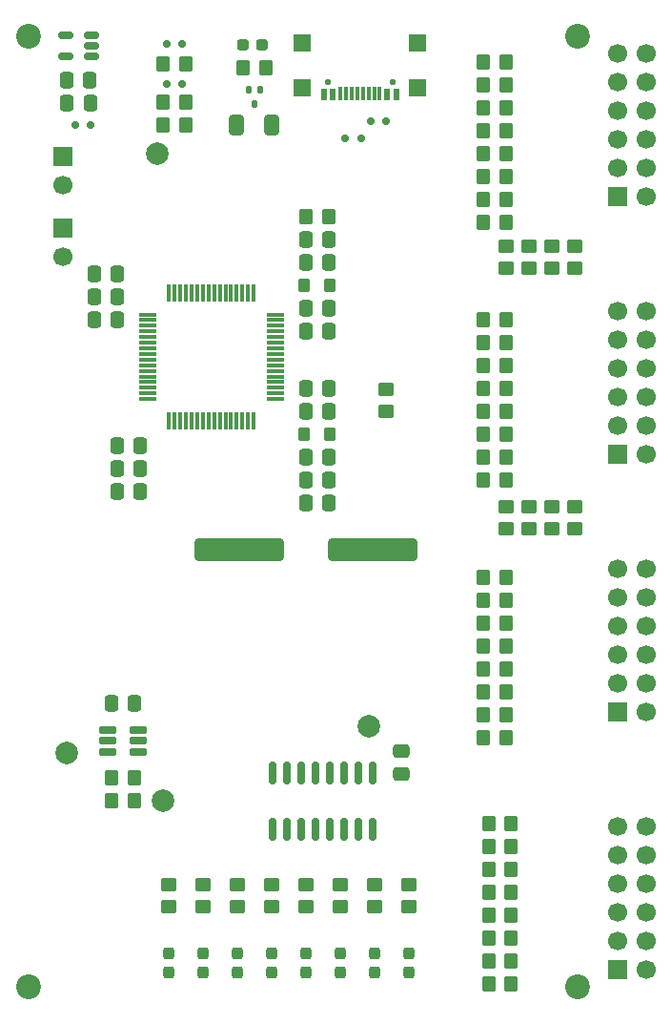
<source format=gbr>
%TF.GenerationSoftware,KiCad,Pcbnew,9.0.6-9.0.6~ubuntu24.04.1*%
%TF.CreationDate,2026-01-24T19:39:54-03:00*%
%TF.ProjectId,cotti_probe,636f7474-695f-4707-926f-62652e6b6963,0.0*%
%TF.SameCoordinates,Original*%
%TF.FileFunction,Soldermask,Top*%
%TF.FilePolarity,Negative*%
%FSLAX46Y46*%
G04 Gerber Fmt 4.6, Leading zero omitted, Abs format (unit mm)*
G04 Created by KiCad (PCBNEW 9.0.6-9.0.6~ubuntu24.04.1) date 2026-01-24 19:39:54*
%MOMM*%
%LPD*%
G01*
G04 APERTURE LIST*
G04 Aperture macros list*
%AMRoundRect*
0 Rectangle with rounded corners*
0 $1 Rounding radius*
0 $2 $3 $4 $5 $6 $7 $8 $9 X,Y pos of 4 corners*
0 Add a 4 corners polygon primitive as box body*
4,1,4,$2,$3,$4,$5,$6,$7,$8,$9,$2,$3,0*
0 Add four circle primitives for the rounded corners*
1,1,$1+$1,$2,$3*
1,1,$1+$1,$4,$5*
1,1,$1+$1,$6,$7*
1,1,$1+$1,$8,$9*
0 Add four rect primitives between the rounded corners*
20,1,$1+$1,$2,$3,$4,$5,0*
20,1,$1+$1,$4,$5,$6,$7,0*
20,1,$1+$1,$6,$7,$8,$9,0*
20,1,$1+$1,$8,$9,$2,$3,0*%
G04 Aperture macros list end*
%ADD10RoundRect,0.237500X0.237500X-0.287500X0.237500X0.287500X-0.237500X0.287500X-0.237500X-0.287500X0*%
%ADD11RoundRect,0.250000X-0.450000X0.350000X-0.450000X-0.350000X0.450000X-0.350000X0.450000X0.350000X0*%
%ADD12C,0.550000*%
%ADD13R,0.600000X1.100000*%
%ADD14R,0.300000X1.150000*%
%ADD15R,1.500000X1.500000*%
%ADD16RoundRect,0.250000X-3.687500X-0.750000X3.687500X-0.750000X3.687500X0.750000X-3.687500X0.750000X0*%
%ADD17RoundRect,0.250000X0.412500X0.650000X-0.412500X0.650000X-0.412500X-0.650000X0.412500X-0.650000X0*%
%ADD18RoundRect,0.250000X-0.475000X0.337500X-0.475000X-0.337500X0.475000X-0.337500X0.475000X0.337500X0*%
%ADD19C,1.700000*%
%ADD20R,1.700000X1.700000*%
%ADD21RoundRect,0.250000X0.337500X0.475000X-0.337500X0.475000X-0.337500X-0.475000X0.337500X-0.475000X0*%
%ADD22RoundRect,0.250000X-0.337500X-0.475000X0.337500X-0.475000X0.337500X0.475000X-0.337500X0.475000X0*%
%ADD23RoundRect,0.250000X0.275000X0.350000X-0.275000X0.350000X-0.275000X-0.350000X0.275000X-0.350000X0*%
%ADD24RoundRect,0.150000X0.150000X-0.825000X0.150000X0.825000X-0.150000X0.825000X-0.150000X-0.825000X0*%
%ADD25C,2.200000*%
%ADD26RoundRect,0.150000X0.150000X0.200000X-0.150000X0.200000X-0.150000X-0.200000X0.150000X-0.200000X0*%
%ADD27RoundRect,0.150000X-0.150000X-0.200000X0.150000X-0.200000X0.150000X0.200000X-0.150000X0.200000X0*%
%ADD28RoundRect,0.075000X0.700000X0.075000X-0.700000X0.075000X-0.700000X-0.075000X0.700000X-0.075000X0*%
%ADD29RoundRect,0.075000X0.075000X0.700000X-0.075000X0.700000X-0.075000X-0.700000X0.075000X-0.700000X0*%
%ADD30C,2.000000*%
%ADD31RoundRect,0.250000X-0.350000X-0.450000X0.350000X-0.450000X0.350000X0.450000X-0.350000X0.450000X0*%
%ADD32RoundRect,0.250000X0.450000X-0.350000X0.450000X0.350000X-0.450000X0.350000X-0.450000X-0.350000X0*%
%ADD33RoundRect,0.250000X0.350000X0.450000X-0.350000X0.450000X-0.350000X-0.450000X0.350000X-0.450000X0*%
%ADD34RoundRect,0.162500X-0.617500X-0.162500X0.617500X-0.162500X0.617500X0.162500X-0.617500X0.162500X0*%
%ADD35RoundRect,0.125000X-0.125000X0.175000X-0.125000X-0.175000X0.125000X-0.175000X0.125000X0.175000X0*%
%ADD36RoundRect,0.237500X0.287500X0.237500X-0.287500X0.237500X-0.287500X-0.237500X0.287500X-0.237500X0*%
%ADD37RoundRect,0.150000X0.512500X0.150000X-0.512500X0.150000X-0.512500X-0.150000X0.512500X-0.150000X0*%
G04 APERTURE END LIST*
D10*
%TO.C,D10*%
X162052000Y-110744000D03*
X162052000Y-108994000D03*
%TD*%
%TO.C,D14*%
X168148000Y-110744000D03*
X168148000Y-108994000D03*
%TD*%
%TO.C,D12*%
X165100000Y-110744000D03*
X165100000Y-108994000D03*
%TD*%
%TO.C,D13*%
X155956000Y-108994000D03*
X155956000Y-110744000D03*
%TD*%
%TO.C,D8*%
X159004000Y-108994000D03*
X159004000Y-110744000D03*
%TD*%
%TO.C,D9*%
X149860000Y-108994000D03*
X149860000Y-110744000D03*
%TD*%
%TO.C,D11*%
X152908000Y-108994000D03*
X152908000Y-110744000D03*
%TD*%
D11*
%TO.C,R49*%
X149860000Y-102886000D03*
X149860000Y-104886000D03*
%TD*%
%TO.C,R50*%
X152908000Y-104886000D03*
X152908000Y-102886000D03*
%TD*%
D12*
%TO.C,J7*%
X166720000Y-31701000D03*
X160940000Y-31701000D03*
D13*
X167030000Y-32816000D03*
X166230000Y-32816000D03*
D14*
X165080000Y-32766000D03*
X164080000Y-32766000D03*
X163580000Y-32766000D03*
X162580000Y-32766000D03*
D13*
X160630000Y-32816000D03*
X161430000Y-32816000D03*
D14*
X162080000Y-32766000D03*
X163080000Y-32766000D03*
X164580000Y-32766000D03*
X165580000Y-32766000D03*
D15*
X168950000Y-32201000D03*
X158710000Y-32201000D03*
X168950000Y-28271000D03*
X158710000Y-28271000D03*
%TD*%
D11*
%TO.C,R1*%
X166116000Y-60944000D03*
X166116000Y-58944000D03*
%TD*%
D16*
%TO.C,Y1*%
X164941500Y-73202800D03*
X153066500Y-73202800D03*
%TD*%
D17*
%TO.C,C20*%
X152869500Y-35560000D03*
X155994500Y-35560000D03*
%TD*%
D18*
%TO.C,C6*%
X167513000Y-91037500D03*
X167513000Y-93112500D03*
%TD*%
D19*
%TO.C,J2*%
X137414000Y-47244000D03*
D20*
X137414000Y-44704000D03*
%TD*%
D19*
%TO.C,J1*%
X137414000Y-40889000D03*
D20*
X137414000Y-38349000D03*
%TD*%
D21*
%TO.C,C9*%
X140186500Y-52832000D03*
X142261500Y-52832000D03*
%TD*%
%TO.C,C10*%
X140186500Y-50800000D03*
X142261500Y-50800000D03*
%TD*%
%TO.C,C16*%
X144293500Y-68072000D03*
X142218500Y-68072000D03*
%TD*%
D22*
%TO.C,C15*%
X161057500Y-58928000D03*
X158982500Y-58928000D03*
%TD*%
%TO.C,C18*%
X161057500Y-60960000D03*
X158982500Y-60960000D03*
%TD*%
%TO.C,C8*%
X161057500Y-69088000D03*
X158982500Y-69088000D03*
%TD*%
D21*
%TO.C,C13*%
X144293500Y-66040000D03*
X142218500Y-66040000D03*
%TD*%
D22*
%TO.C,C11*%
X161057500Y-45720000D03*
X158982500Y-45720000D03*
%TD*%
D23*
%TO.C,FB2*%
X161170000Y-62992000D03*
X158870000Y-62992000D03*
%TD*%
D22*
%TO.C,C2*%
X161057500Y-65024000D03*
X158982500Y-65024000D03*
%TD*%
%TO.C,C1*%
X161057500Y-67056000D03*
X158982500Y-67056000D03*
%TD*%
D21*
%TO.C,C19*%
X142218500Y-64008000D03*
X144293500Y-64008000D03*
%TD*%
D11*
%TO.C,R54*%
X165100000Y-104886000D03*
X165100000Y-102886000D03*
%TD*%
%TO.C,R51*%
X155956000Y-102886000D03*
X155956000Y-104886000D03*
%TD*%
D10*
%TO.C,D7*%
X146812000Y-110744000D03*
X146812000Y-108994000D03*
%TD*%
D11*
%TO.C,R53*%
X162052000Y-104886000D03*
X162052000Y-102886000D03*
%TD*%
D24*
%TO.C,U4*%
X156083000Y-93029000D03*
X157353000Y-93029000D03*
X158623000Y-93029000D03*
X159893000Y-93029000D03*
X161163000Y-93029000D03*
X162433000Y-93029000D03*
X163703000Y-93029000D03*
X164973000Y-93029000D03*
X164973000Y-97979000D03*
X163703000Y-97979000D03*
X162433000Y-97979000D03*
X161163000Y-97979000D03*
X159893000Y-97979000D03*
X158623000Y-97979000D03*
X157353000Y-97979000D03*
X156083000Y-97979000D03*
%TD*%
D11*
%TO.C,R55*%
X168148000Y-104886000D03*
X168148000Y-102886000D03*
%TD*%
%TO.C,R52*%
X159004000Y-102886000D03*
X159004000Y-104886000D03*
%TD*%
%TO.C,R48*%
X146812000Y-102886000D03*
X146812000Y-104886000D03*
%TD*%
D25*
%TO.C,H4*%
X183134000Y-112014000D03*
%TD*%
D26*
%TO.C,D6*%
X164755600Y-35153600D03*
X166155600Y-35153600D03*
%TD*%
D27*
%TO.C,D5*%
X163920400Y-36728400D03*
X162520400Y-36728400D03*
%TD*%
%TO.C,D4*%
X148020000Y-31877000D03*
X146620000Y-31877000D03*
%TD*%
%TO.C,D3*%
X148020000Y-28321000D03*
X146620000Y-28321000D03*
%TD*%
%TO.C,D2*%
X139892000Y-35560000D03*
X138492000Y-35560000D03*
%TD*%
D28*
%TO.C,U1*%
X156297000Y-59833200D03*
X156297000Y-59333200D03*
X156297000Y-58833200D03*
X156297000Y-58333200D03*
X156297000Y-57833200D03*
X156297000Y-57333200D03*
X156297000Y-56833200D03*
X156297000Y-56333200D03*
X156297000Y-55833200D03*
X156297000Y-55333200D03*
X156297000Y-54833200D03*
X156297000Y-54333200D03*
X156297000Y-53833200D03*
X156297000Y-53333200D03*
X156297000Y-52833200D03*
X156297000Y-52333200D03*
D29*
X154372000Y-50408200D03*
X153872000Y-50408200D03*
X153372000Y-50408200D03*
X152872000Y-50408200D03*
X152372000Y-50408200D03*
X151872000Y-50408200D03*
X151372000Y-50408200D03*
X150872000Y-50408200D03*
X150372000Y-50408200D03*
X149872000Y-50408200D03*
X149372000Y-50408200D03*
X148872000Y-50408200D03*
X148372000Y-50408200D03*
X147872000Y-50408200D03*
X147372000Y-50408200D03*
X146872000Y-50408200D03*
D28*
X144947000Y-52333200D03*
X144947000Y-52833200D03*
X144947000Y-53333200D03*
X144947000Y-53833200D03*
X144947000Y-54333200D03*
X144947000Y-54833200D03*
X144947000Y-55333200D03*
X144947000Y-55833200D03*
X144947000Y-56333200D03*
X144947000Y-56833200D03*
X144947000Y-57333200D03*
X144947000Y-57833200D03*
X144947000Y-58333200D03*
X144947000Y-58833200D03*
X144947000Y-59333200D03*
X144947000Y-59833200D03*
D29*
X146872000Y-61758200D03*
X147372000Y-61758200D03*
X147872000Y-61758200D03*
X148372000Y-61758200D03*
X148872000Y-61758200D03*
X149372000Y-61758200D03*
X149872000Y-61758200D03*
X150372000Y-61758200D03*
X150872000Y-61758200D03*
X151372000Y-61758200D03*
X151872000Y-61758200D03*
X152372000Y-61758200D03*
X152872000Y-61758200D03*
X153372000Y-61758200D03*
X153872000Y-61758200D03*
X154372000Y-61758200D03*
%TD*%
D30*
%TO.C,TP1*%
X145796000Y-38100000D03*
%TD*%
D31*
%TO.C,R20*%
X174768000Y-62992000D03*
X176768000Y-62992000D03*
%TD*%
%TO.C,R46*%
X146320000Y-35560000D03*
X148320000Y-35560000D03*
%TD*%
%TO.C,R31*%
X174768000Y-42164000D03*
X176768000Y-42164000D03*
%TD*%
%TO.C,R4*%
X175241200Y-107696000D03*
X177241200Y-107696000D03*
%TD*%
D25*
%TO.C,H3*%
X183134000Y-27686000D03*
%TD*%
D30*
%TO.C,TP2*%
X146304000Y-95504000D03*
%TD*%
D32*
%TO.C,R38*%
X178816000Y-48244000D03*
X178816000Y-46244000D03*
%TD*%
D30*
%TO.C,TP4*%
X137795000Y-91236800D03*
%TD*%
D32*
%TO.C,R37*%
X178816000Y-71358000D03*
X178816000Y-69358000D03*
%TD*%
%TO.C,R42*%
X182880000Y-48244000D03*
X182880000Y-46244000D03*
%TD*%
D31*
%TO.C,R26*%
X174784000Y-52832000D03*
X176784000Y-52832000D03*
%TD*%
%TO.C,R11*%
X174768000Y-89916000D03*
X176768000Y-89916000D03*
%TD*%
%TO.C,R56*%
X141748000Y-95504000D03*
X143748000Y-95504000D03*
%TD*%
D21*
%TO.C,C3*%
X139864500Y-33594000D03*
X137789500Y-33594000D03*
%TD*%
D31*
%TO.C,R33*%
X174768000Y-34036000D03*
X176768000Y-34036000D03*
%TD*%
D32*
%TO.C,R41*%
X182880000Y-71358000D03*
X182880000Y-69358000D03*
%TD*%
%TO.C,R39*%
X180848000Y-71358000D03*
X180848000Y-69358000D03*
%TD*%
D20*
%TO.C,J6*%
X186690000Y-64770000D03*
D19*
X186690000Y-62230000D03*
X186690000Y-59690000D03*
X186690000Y-57150000D03*
X186690000Y-54610000D03*
X186690000Y-52070000D03*
X189230000Y-64770000D03*
X189230000Y-62230000D03*
X189230000Y-59690000D03*
X189230000Y-57150000D03*
X189230000Y-54610000D03*
X189230000Y-52070000D03*
%TD*%
D33*
%TO.C,R2*%
X161020000Y-43688000D03*
X159020000Y-43688000D03*
%TD*%
D23*
%TO.C,FB1*%
X161170000Y-49784000D03*
X158870000Y-49784000D03*
%TD*%
D31*
%TO.C,R7*%
X175241200Y-109728000D03*
X177241200Y-109728000D03*
%TD*%
D32*
%TO.C,R36*%
X176784000Y-48260000D03*
X176784000Y-46260000D03*
%TD*%
D31*
%TO.C,R30*%
X174768000Y-32004000D03*
X176768000Y-32004000D03*
%TD*%
D34*
%TO.C,U3*%
X141398000Y-89220000D03*
X141398000Y-90170000D03*
X141398000Y-91120000D03*
X144098000Y-91120000D03*
X144098000Y-90170000D03*
X144098000Y-89220000D03*
%TD*%
D33*
%TO.C,R43*%
X155432000Y-30480000D03*
X153432000Y-30480000D03*
%TD*%
D31*
%TO.C,R34*%
X174768000Y-29972000D03*
X176768000Y-29972000D03*
%TD*%
%TO.C,R24*%
X174768000Y-60960000D03*
X176768000Y-60960000D03*
%TD*%
%TO.C,R5*%
X175241200Y-103632000D03*
X177241200Y-103632000D03*
%TD*%
D32*
%TO.C,R40*%
X180848000Y-48244000D03*
X180848000Y-46244000D03*
%TD*%
D31*
%TO.C,R18*%
X174768000Y-75692000D03*
X176768000Y-75692000D03*
%TD*%
%TO.C,R23*%
X174768000Y-65024000D03*
X176768000Y-65024000D03*
%TD*%
%TO.C,R17*%
X174768000Y-79756000D03*
X176768000Y-79756000D03*
%TD*%
D20*
%TO.C,J3*%
X186690000Y-110490000D03*
D19*
X186690000Y-107950000D03*
X186690000Y-105410000D03*
X186690000Y-102870000D03*
X186690000Y-100330000D03*
X186690000Y-97790000D03*
X189230000Y-110490000D03*
X189230000Y-107950000D03*
X189230000Y-105410000D03*
X189230000Y-102870000D03*
X189230000Y-100330000D03*
X189230000Y-97790000D03*
%TD*%
D21*
%TO.C,C5*%
X142261500Y-48768000D03*
X140186500Y-48768000D03*
%TD*%
D22*
%TO.C,C17*%
X159004000Y-51816000D03*
X161079000Y-51816000D03*
%TD*%
D31*
%TO.C,R28*%
X174768000Y-40132000D03*
X176768000Y-40132000D03*
%TD*%
%TO.C,R8*%
X175241200Y-105664000D03*
X177241200Y-105664000D03*
%TD*%
D35*
%TO.C,Q1*%
X154932000Y-32370000D03*
X153932000Y-32370000D03*
X154432000Y-33670000D03*
%TD*%
D31*
%TO.C,R12*%
X174768000Y-85852000D03*
X176768000Y-85852000D03*
%TD*%
D33*
%TO.C,R47*%
X143748000Y-93472000D03*
X141748000Y-93472000D03*
%TD*%
D22*
%TO.C,C12*%
X158982500Y-47752000D03*
X161057500Y-47752000D03*
%TD*%
D31*
%TO.C,R10*%
X175241200Y-97536000D03*
X177241200Y-97536000D03*
%TD*%
D25*
%TO.C,H1*%
X134366000Y-112014000D03*
%TD*%
D36*
%TO.C,D1*%
X155154600Y-28448000D03*
X153404600Y-28448000D03*
%TD*%
D30*
%TO.C,TP3*%
X164592000Y-88900000D03*
%TD*%
D22*
%TO.C,C4*%
X137768000Y-31562000D03*
X139843000Y-31562000D03*
%TD*%
D31*
%TO.C,R21*%
X174768000Y-58928000D03*
X176768000Y-58928000D03*
%TD*%
%TO.C,R25*%
X174768000Y-56896000D03*
X176768000Y-56896000D03*
%TD*%
%TO.C,R6*%
X175241200Y-99568000D03*
X177241200Y-99568000D03*
%TD*%
D37*
%TO.C,U2*%
X139943000Y-29464000D03*
X139943000Y-28514000D03*
X139943000Y-27564000D03*
X137668000Y-27564000D03*
X137668000Y-29464000D03*
%TD*%
D31*
%TO.C,R16*%
X174768000Y-83820000D03*
X176768000Y-83820000D03*
%TD*%
%TO.C,R32*%
X174768000Y-38100000D03*
X176768000Y-38100000D03*
%TD*%
D20*
%TO.C,J5*%
X186690000Y-41910000D03*
D19*
X186690000Y-39370000D03*
X186690000Y-36830000D03*
X186690000Y-34290000D03*
X186690000Y-31750000D03*
X186690000Y-29210000D03*
X189230000Y-41910000D03*
X189230000Y-39370000D03*
X189230000Y-36830000D03*
X189230000Y-34290000D03*
X189230000Y-31750000D03*
X189230000Y-29210000D03*
%TD*%
D31*
%TO.C,R29*%
X174768000Y-36068000D03*
X176768000Y-36068000D03*
%TD*%
%TO.C,R19*%
X174768000Y-67056000D03*
X176768000Y-67056000D03*
%TD*%
D25*
%TO.C,H2*%
X134366000Y-27686000D03*
%TD*%
D20*
%TO.C,J4*%
X186690000Y-87630000D03*
D19*
X186690000Y-85090000D03*
X186690000Y-82550000D03*
X186690000Y-80010000D03*
X186690000Y-77470000D03*
X186690000Y-74930000D03*
X189230000Y-87630000D03*
X189230000Y-85090000D03*
X189230000Y-82550000D03*
X189230000Y-80010000D03*
X189230000Y-77470000D03*
X189230000Y-74930000D03*
%TD*%
D32*
%TO.C,R35*%
X176784000Y-71358000D03*
X176784000Y-69358000D03*
%TD*%
D31*
%TO.C,R9*%
X175241200Y-101600000D03*
X177241200Y-101600000D03*
%TD*%
D21*
%TO.C,C7*%
X143785500Y-86868000D03*
X141710500Y-86868000D03*
%TD*%
D31*
%TO.C,R15*%
X174768000Y-87884000D03*
X176768000Y-87884000D03*
%TD*%
%TO.C,R14*%
X174768000Y-77724000D03*
X176768000Y-77724000D03*
%TD*%
%TO.C,R27*%
X174768000Y-44196000D03*
X176768000Y-44196000D03*
%TD*%
D33*
%TO.C,R44*%
X148320000Y-33528000D03*
X146320000Y-33528000D03*
%TD*%
%TO.C,R45*%
X148320000Y-30099000D03*
X146320000Y-30099000D03*
%TD*%
D31*
%TO.C,R22*%
X174768000Y-54864000D03*
X176768000Y-54864000D03*
%TD*%
D22*
%TO.C,C14*%
X158982500Y-53848000D03*
X161057500Y-53848000D03*
%TD*%
D31*
%TO.C,R3*%
X175241200Y-111760000D03*
X177241200Y-111760000D03*
%TD*%
%TO.C,R13*%
X174768000Y-81788000D03*
X176768000Y-81788000D03*
%TD*%
M02*

</source>
